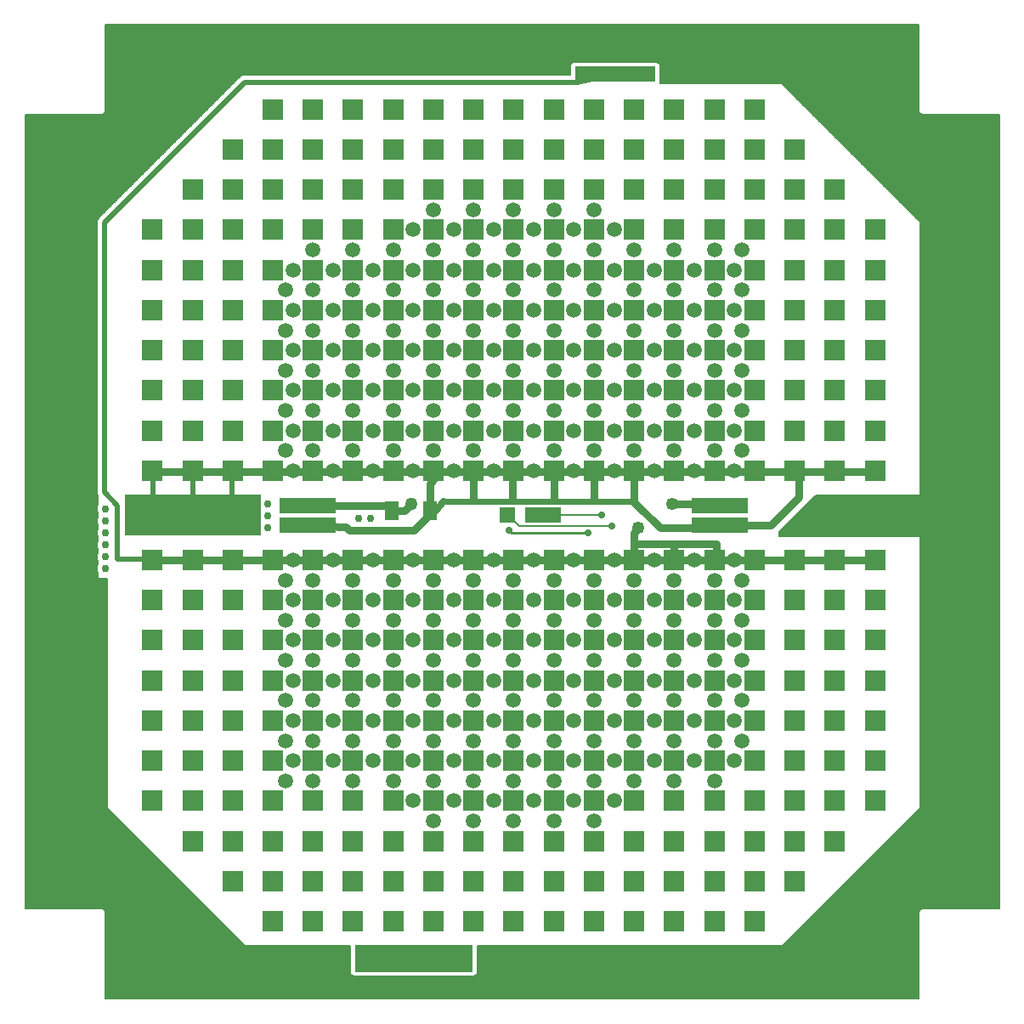
<source format=gbr>
G75*
G70*
%OFA0B0*%
%FSLAX24Y24*%
%IPPOS*%
%LPD*%
%AMOC8*
5,1,8,0,0,1.08239X$1,22.5*
%
%ADD10R,0.5354X0.1614*%
%ADD11R,0.4606X0.1063*%
%ADD12C,0.1896*%
%ADD13R,0.0551X0.0748*%
%ADD14R,0.1417X0.0591*%
%ADD15R,0.0591X0.0591*%
%ADD16R,0.0787X0.0787*%
%ADD17C,0.0594*%
%ADD18R,0.2200X0.0591*%
%ADD19R,0.3150X0.0591*%
%ADD20C,0.0197*%
%ADD21C,0.0315*%
%ADD22C,0.0276*%
%ADD23C,0.0236*%
%ADD24C,0.0493*%
%ADD25C,0.0502*%
%ADD26C,0.0298*%
%ADD27C,0.0108*%
%ADD28C,0.0278*%
%ADD29C,0.0079*%
%ADD30C,0.0059*%
%ADD31C,0.0396*%
D10*
X006916Y019657D03*
D11*
X015597Y002287D03*
D12*
X009751Y001764D03*
X029199Y001764D03*
X029199Y037827D03*
X009751Y037827D03*
D13*
X014721Y019842D03*
X016217Y019842D03*
D14*
X020658Y019685D03*
D15*
X019280Y019685D03*
D16*
X019514Y021409D03*
X017940Y021409D03*
X017940Y022984D03*
X019514Y022984D03*
X019514Y024559D03*
X017940Y024559D03*
X017940Y026134D03*
X019514Y026134D03*
X019514Y027709D03*
X019514Y029283D03*
X017940Y029283D03*
X017940Y027709D03*
X016365Y027709D03*
X016365Y029283D03*
X014790Y029283D03*
X014790Y027709D03*
X014790Y026134D03*
X016365Y026134D03*
X016365Y024559D03*
X016365Y022984D03*
X016365Y021409D03*
X014790Y021409D03*
X014790Y022984D03*
X014790Y024559D03*
X013215Y024559D03*
X011640Y024559D03*
X010066Y024559D03*
X010066Y022984D03*
X011640Y022984D03*
X011640Y021409D03*
X010066Y021409D03*
X008491Y021409D03*
X006916Y021409D03*
X005341Y021409D03*
X005341Y022984D03*
X006916Y022984D03*
X008491Y022984D03*
X008491Y024559D03*
X008491Y026134D03*
X010066Y026134D03*
X011640Y026134D03*
X011640Y027709D03*
X011640Y029283D03*
X010066Y029283D03*
X010066Y027709D03*
X008491Y027709D03*
X008491Y029283D03*
X006916Y029283D03*
X006916Y027709D03*
X005341Y027709D03*
X005341Y029283D03*
X005341Y030858D03*
X006916Y030858D03*
X008491Y030858D03*
X010066Y030858D03*
X011640Y030858D03*
X011640Y032433D03*
X010066Y032433D03*
X010066Y034008D03*
X010066Y035583D03*
X011640Y035583D03*
X011640Y034008D03*
X013215Y034008D03*
X013215Y035583D03*
X014790Y035583D03*
X014790Y034008D03*
X016365Y034008D03*
X016365Y035583D03*
X017940Y035583D03*
X017940Y034008D03*
X019514Y034008D03*
X019514Y035583D03*
X021089Y035583D03*
X021089Y034008D03*
X021089Y032433D03*
X019514Y032433D03*
X017940Y032433D03*
X017940Y030858D03*
X019514Y030858D03*
X021089Y030858D03*
X021089Y029283D03*
X021089Y027709D03*
X022664Y027709D03*
X022664Y029283D03*
X024239Y029283D03*
X024239Y027709D03*
X025814Y027709D03*
X027388Y027709D03*
X027388Y029283D03*
X025814Y029283D03*
X025814Y030858D03*
X027388Y030858D03*
X027388Y032433D03*
X025814Y032433D03*
X025814Y034008D03*
X025814Y035583D03*
X027388Y035583D03*
X027388Y034008D03*
X028963Y034008D03*
X028963Y035583D03*
X030538Y034008D03*
X030538Y032433D03*
X030538Y030858D03*
X030538Y029283D03*
X030538Y027709D03*
X032113Y027709D03*
X032113Y029283D03*
X033688Y029283D03*
X033688Y027709D03*
X033688Y026134D03*
X033688Y024559D03*
X033688Y022984D03*
X033688Y021409D03*
X032113Y021409D03*
X030538Y021409D03*
X028963Y021409D03*
X027388Y021409D03*
X025814Y021409D03*
X025814Y022984D03*
X027388Y022984D03*
X027388Y024559D03*
X025814Y024559D03*
X025814Y026134D03*
X027388Y026134D03*
X028963Y026134D03*
X028963Y027709D03*
X028963Y029283D03*
X028963Y030858D03*
X028963Y032433D03*
X032113Y032433D03*
X032113Y030858D03*
X033688Y030858D03*
X032113Y026134D03*
X032113Y024559D03*
X032113Y022984D03*
X030538Y022984D03*
X028963Y022984D03*
X028963Y024559D03*
X030538Y024559D03*
X030538Y026134D03*
X024239Y026134D03*
X024239Y024559D03*
X024239Y022984D03*
X024239Y021409D03*
X022664Y021409D03*
X021089Y021409D03*
X021089Y022984D03*
X022664Y022984D03*
X022664Y024559D03*
X022664Y026134D03*
X021089Y026134D03*
X021089Y024559D03*
X022664Y030858D03*
X024239Y030858D03*
X024239Y032433D03*
X024239Y034008D03*
X024239Y035583D03*
X022664Y035583D03*
X022664Y034008D03*
X022664Y032433D03*
X016365Y032433D03*
X016365Y030858D03*
X014790Y030858D03*
X014790Y032433D03*
X013215Y032433D03*
X013215Y030858D03*
X013215Y029283D03*
X013215Y027709D03*
X013215Y026134D03*
X013215Y022984D03*
X013215Y021409D03*
X013215Y017906D03*
X011640Y017906D03*
X010066Y017906D03*
X010066Y016331D03*
X011640Y016331D03*
X011640Y014756D03*
X010066Y014756D03*
X010066Y013181D03*
X010066Y011606D03*
X011640Y011606D03*
X011640Y013181D03*
X013215Y013181D03*
X013215Y011606D03*
X013215Y010031D03*
X013215Y008457D03*
X011640Y008457D03*
X011640Y010031D03*
X010066Y010031D03*
X010066Y008457D03*
X010066Y006882D03*
X011640Y006882D03*
X011640Y005307D03*
X010066Y005307D03*
X010066Y003732D03*
X011640Y003732D03*
X013215Y003732D03*
X013215Y005307D03*
X013215Y006882D03*
X014790Y006882D03*
X014790Y008457D03*
X014790Y010031D03*
X016365Y010031D03*
X016365Y008457D03*
X017940Y008457D03*
X019514Y008457D03*
X019514Y010031D03*
X017940Y010031D03*
X017940Y011606D03*
X017940Y013181D03*
X019514Y013181D03*
X019514Y011606D03*
X021089Y011606D03*
X021089Y013181D03*
X021089Y014756D03*
X019514Y014756D03*
X017940Y014756D03*
X017940Y016331D03*
X019514Y016331D03*
X019514Y017906D03*
X017940Y017906D03*
X016365Y017906D03*
X014790Y017906D03*
X014790Y016331D03*
X016365Y016331D03*
X016365Y014756D03*
X016365Y013181D03*
X016365Y011606D03*
X014790Y011606D03*
X014790Y013181D03*
X014790Y014756D03*
X013215Y014756D03*
X013215Y016331D03*
X008491Y016331D03*
X008491Y017906D03*
X006916Y017906D03*
X005341Y017906D03*
X005341Y016331D03*
X006916Y016331D03*
X006916Y014756D03*
X008491Y014756D03*
X008491Y013181D03*
X008491Y011606D03*
X008491Y010031D03*
X008491Y008457D03*
X006916Y008457D03*
X006916Y010031D03*
X005341Y010031D03*
X005341Y008457D03*
X006916Y006882D03*
X008491Y006882D03*
X008491Y005307D03*
X006916Y011606D03*
X006916Y013181D03*
X005341Y013181D03*
X005341Y011606D03*
X005341Y014756D03*
X005341Y024559D03*
X005341Y026134D03*
X006916Y026134D03*
X006916Y024559D03*
X006916Y032433D03*
X008491Y032433D03*
X008491Y034008D03*
X021089Y017906D03*
X022664Y017906D03*
X024239Y017906D03*
X025814Y017906D03*
X027388Y017906D03*
X028963Y017906D03*
X030538Y017906D03*
X032113Y017906D03*
X033688Y017906D03*
X033688Y016331D03*
X033688Y014756D03*
X033688Y013181D03*
X033688Y011606D03*
X033688Y010031D03*
X033688Y008457D03*
X032113Y008457D03*
X032113Y010031D03*
X030538Y010031D03*
X030538Y008457D03*
X028963Y008457D03*
X028963Y010031D03*
X027388Y010031D03*
X027388Y008457D03*
X025814Y008457D03*
X025814Y010031D03*
X024239Y010031D03*
X024239Y008457D03*
X022664Y008457D03*
X022664Y010031D03*
X021089Y010031D03*
X021089Y008457D03*
X021089Y006882D03*
X019514Y006882D03*
X017940Y006882D03*
X017940Y005307D03*
X019514Y005307D03*
X019514Y003732D03*
X017940Y003732D03*
X016365Y003732D03*
X016365Y005307D03*
X016365Y006882D03*
X014790Y005307D03*
X014790Y003732D03*
X021089Y003732D03*
X022664Y003732D03*
X024239Y003732D03*
X025814Y003732D03*
X027388Y003732D03*
X027388Y005307D03*
X025814Y005307D03*
X025814Y006882D03*
X027388Y006882D03*
X028963Y006882D03*
X028963Y005307D03*
X028963Y003732D03*
X030538Y005307D03*
X030538Y006882D03*
X032113Y006882D03*
X032113Y011606D03*
X032113Y013181D03*
X032113Y014756D03*
X032113Y016331D03*
X030538Y016331D03*
X028963Y016331D03*
X027388Y016331D03*
X025814Y016331D03*
X025814Y014756D03*
X027388Y014756D03*
X027388Y013181D03*
X027388Y011606D03*
X025814Y011606D03*
X025814Y013181D03*
X024239Y013181D03*
X024239Y011606D03*
X022664Y011606D03*
X022664Y013181D03*
X022664Y014756D03*
X022664Y016331D03*
X024239Y016331D03*
X024239Y014756D03*
X021089Y016331D03*
X028963Y014756D03*
X028963Y013181D03*
X028963Y011606D03*
X030538Y011606D03*
X030538Y013181D03*
X030538Y014756D03*
X024239Y006882D03*
X024239Y005307D03*
X022664Y005307D03*
X022664Y006882D03*
X021089Y005307D03*
D17*
X021089Y007669D03*
X020302Y008457D03*
X021089Y009244D03*
X020302Y010031D03*
X019514Y009244D03*
X018727Y008457D03*
X017940Y009244D03*
X018727Y010031D03*
X019514Y010819D03*
X018727Y011606D03*
X017940Y010819D03*
X017152Y011606D03*
X016365Y010819D03*
X017152Y010031D03*
X016365Y009244D03*
X017152Y008457D03*
X016365Y007669D03*
X015577Y008457D03*
X014790Y009244D03*
X015577Y010031D03*
X014790Y010819D03*
X015577Y011606D03*
X014790Y012394D03*
X015577Y013181D03*
X014790Y013969D03*
X015577Y014756D03*
X014790Y015543D03*
X015577Y016331D03*
X014790Y017118D03*
X015577Y017906D03*
X016365Y017118D03*
X017152Y016331D03*
X017940Y017118D03*
X018727Y016331D03*
X019514Y017118D03*
X018727Y017906D03*
X020302Y017906D03*
X021089Y017118D03*
X020302Y016331D03*
X021089Y015543D03*
X020302Y014756D03*
X021089Y013969D03*
X021877Y014756D03*
X022664Y015543D03*
X023451Y014756D03*
X022664Y013969D03*
X023451Y013181D03*
X022664Y012394D03*
X021877Y013181D03*
X021089Y012394D03*
X020302Y013181D03*
X019514Y012394D03*
X018727Y013181D03*
X017940Y012394D03*
X017152Y013181D03*
X016365Y012394D03*
X016365Y013969D03*
X017152Y014756D03*
X016365Y015543D03*
X017940Y015543D03*
X018727Y014756D03*
X019514Y015543D03*
X019514Y013969D03*
X017940Y013969D03*
X020302Y011606D03*
X021089Y010819D03*
X021877Y011606D03*
X022664Y010819D03*
X023451Y011606D03*
X024239Y010819D03*
X025026Y011606D03*
X025814Y010819D03*
X026601Y011606D03*
X027388Y010819D03*
X026601Y010031D03*
X027388Y009244D03*
X028176Y010031D03*
X028463Y010819D03*
X028176Y011606D03*
X028463Y012394D03*
X028176Y013181D03*
X028463Y013969D03*
X028176Y014756D03*
X028463Y015543D03*
X028176Y016331D03*
X028463Y017118D03*
X028176Y017906D03*
X027388Y017118D03*
X026601Y016331D03*
X025814Y017118D03*
X026601Y017906D03*
X025026Y017906D03*
X024239Y017118D03*
X025026Y016331D03*
X024239Y015543D03*
X025026Y014756D03*
X024239Y013969D03*
X025026Y013181D03*
X024239Y012394D03*
X025814Y012394D03*
X026601Y013181D03*
X027388Y012394D03*
X027388Y013969D03*
X026601Y014756D03*
X027388Y015543D03*
X025814Y015543D03*
X025814Y013969D03*
X023451Y016331D03*
X022664Y017118D03*
X021877Y016331D03*
X021877Y017906D03*
X023451Y017906D03*
X023451Y021409D03*
X022664Y022197D03*
X023451Y022984D03*
X022664Y023772D03*
X023451Y024559D03*
X022664Y025346D03*
X021877Y024559D03*
X021089Y023772D03*
X020302Y024559D03*
X021089Y025346D03*
X020302Y026134D03*
X021089Y026921D03*
X021877Y026134D03*
X022664Y026921D03*
X023451Y026134D03*
X024239Y026921D03*
X025026Y026134D03*
X024239Y025346D03*
X025026Y024559D03*
X024239Y023772D03*
X025026Y022984D03*
X024239Y022197D03*
X025026Y021409D03*
X025814Y022197D03*
X026601Y022984D03*
X027388Y022197D03*
X026601Y021409D03*
X028176Y021409D03*
X028463Y022197D03*
X028176Y022984D03*
X028463Y023772D03*
X028176Y024559D03*
X028463Y025346D03*
X028176Y026134D03*
X028463Y026921D03*
X028176Y027709D03*
X028463Y028496D03*
X028176Y029283D03*
X028463Y030071D03*
X027388Y030071D03*
X026601Y029283D03*
X027388Y028496D03*
X026601Y027709D03*
X025814Y028496D03*
X025026Y027709D03*
X024239Y028496D03*
X025026Y029283D03*
X024239Y030071D03*
X023451Y030858D03*
X022664Y030071D03*
X021877Y030858D03*
X022664Y031646D03*
X021089Y031646D03*
X020302Y030858D03*
X021089Y030071D03*
X020302Y029283D03*
X021089Y028496D03*
X020302Y027709D03*
X019514Y028496D03*
X018727Y027709D03*
X017940Y028496D03*
X018727Y029283D03*
X019514Y030071D03*
X018727Y030858D03*
X017940Y030071D03*
X017152Y030858D03*
X016365Y030071D03*
X017152Y029283D03*
X016365Y028496D03*
X017152Y027709D03*
X016365Y026921D03*
X017152Y026134D03*
X017940Y026921D03*
X018727Y026134D03*
X019514Y026921D03*
X019514Y025346D03*
X018727Y024559D03*
X019514Y023772D03*
X018727Y022984D03*
X019514Y022197D03*
X018727Y021409D03*
X017940Y022197D03*
X017152Y022984D03*
X016365Y022197D03*
X017152Y021409D03*
X015577Y021409D03*
X014790Y022197D03*
X015577Y022984D03*
X014790Y023772D03*
X015577Y024559D03*
X014790Y025346D03*
X015577Y026134D03*
X014790Y026921D03*
X015577Y027709D03*
X014790Y028496D03*
X015577Y029283D03*
X014790Y030071D03*
X015577Y030858D03*
X016365Y031646D03*
X017940Y031646D03*
X019514Y031646D03*
X021877Y029283D03*
X022664Y028496D03*
X023451Y027709D03*
X023451Y029283D03*
X021877Y027709D03*
X025814Y026921D03*
X026601Y026134D03*
X027388Y026921D03*
X027388Y025346D03*
X026601Y024559D03*
X027388Y023772D03*
X025814Y023772D03*
X025814Y025346D03*
X021877Y022984D03*
X021089Y022197D03*
X020302Y022984D03*
X020302Y021409D03*
X021877Y021409D03*
X017940Y023772D03*
X017152Y024559D03*
X016365Y023772D03*
X016365Y025346D03*
X017940Y025346D03*
X014003Y024559D03*
X013215Y023772D03*
X012428Y024559D03*
X013215Y025346D03*
X012428Y026134D03*
X013215Y026921D03*
X014003Y026134D03*
X014003Y027709D03*
X013215Y028496D03*
X012428Y027709D03*
X011640Y028496D03*
X010566Y028496D03*
X010853Y027709D03*
X010566Y026921D03*
X010853Y026134D03*
X010566Y025346D03*
X010853Y024559D03*
X010566Y023772D03*
X010853Y022984D03*
X010566Y022197D03*
X010853Y021409D03*
X011640Y022197D03*
X012428Y022984D03*
X013215Y022197D03*
X014003Y022984D03*
X014003Y021409D03*
X012428Y021409D03*
X011640Y023772D03*
X011640Y025346D03*
X011640Y026921D03*
X010853Y029283D03*
X011640Y030071D03*
X012428Y029283D03*
X013215Y030071D03*
X014003Y029283D03*
X014003Y017906D03*
X013215Y017118D03*
X012428Y016331D03*
X011640Y017118D03*
X010566Y017118D03*
X010853Y016331D03*
X010566Y015543D03*
X010853Y014756D03*
X010566Y013969D03*
X010853Y013181D03*
X010566Y012394D03*
X010853Y011606D03*
X010566Y010819D03*
X010853Y010031D03*
X010566Y009244D03*
X011640Y009244D03*
X012428Y010031D03*
X013215Y009244D03*
X014003Y010031D03*
X013215Y010819D03*
X012428Y011606D03*
X011640Y010819D03*
X011640Y012394D03*
X012428Y013181D03*
X013215Y012394D03*
X014003Y013181D03*
X013215Y013969D03*
X012428Y014756D03*
X013215Y015543D03*
X014003Y014756D03*
X014003Y016331D03*
X012428Y017906D03*
X010853Y017906D03*
X011640Y015543D03*
X011640Y013969D03*
X014003Y011606D03*
X017940Y007669D03*
X019514Y007669D03*
X021877Y008457D03*
X022664Y009244D03*
X023451Y008457D03*
X022664Y007669D03*
X024239Y009244D03*
X025026Y010031D03*
X025814Y009244D03*
X023451Y010031D03*
X021877Y010031D03*
X017152Y017906D03*
X025814Y030071D03*
D18*
X027585Y020031D03*
X027585Y019283D03*
X011443Y019283D03*
X011443Y020031D03*
D19*
X023491Y036961D03*
X015538Y002354D03*
D20*
X010105Y017906D02*
X005302Y017906D01*
X005302Y017827D01*
X005348Y017827D02*
X005262Y017945D01*
X003963Y017939D01*
X003970Y020045D01*
X003457Y020558D01*
X003457Y031148D01*
X008955Y036646D01*
X021995Y036646D01*
X023491Y036961D01*
X023648Y037078D01*
X023659Y037078D01*
X023565Y036984D01*
X024514Y037000D02*
X024554Y036961D01*
X008451Y021370D02*
X008451Y020228D01*
X006955Y020189D02*
X006916Y020189D01*
X006916Y021370D01*
X005380Y021528D02*
X005380Y020228D01*
X005420Y020228D01*
X005341Y017906D02*
X005348Y017827D01*
X029081Y017906D02*
X029081Y017945D01*
X030695Y017866D02*
X030695Y017827D01*
D21*
X029591Y019283D02*
X030693Y020385D01*
X030693Y021417D01*
X030695Y021417D01*
X030538Y021409D01*
X029591Y019283D02*
X027585Y019283D01*
X027692Y019205D01*
X027692Y019166D01*
X025253Y019166D01*
X024239Y020181D01*
X024239Y021409D01*
X022664Y021409D02*
X022664Y020307D01*
X022664Y021409D02*
X022625Y021409D01*
X021089Y021370D02*
X021089Y020307D01*
X019475Y020307D02*
X019475Y021409D01*
X017979Y021370D02*
X017940Y021370D01*
X017940Y020307D01*
X016532Y021229D02*
X016532Y021417D01*
X016522Y021417D01*
X016365Y021409D01*
X016532Y021229D02*
X016217Y020915D01*
X016217Y019842D01*
X016217Y019729D01*
X016250Y019729D01*
X015594Y019072D01*
X013062Y019072D01*
X012930Y019205D01*
X011443Y019283D01*
X011443Y020031D02*
X014541Y020031D01*
X014750Y019823D01*
X014750Y019842D01*
X014721Y019842D01*
X015238Y019842D01*
X015500Y020104D01*
X024239Y018956D02*
X024239Y017906D01*
X024357Y018535D02*
X025735Y018535D01*
X027467Y018535D01*
X027467Y017906D01*
X025814Y017984D02*
X025814Y018535D01*
X025735Y018535D01*
X024409Y019166D02*
X024239Y018956D01*
X025722Y020104D02*
X027692Y020104D01*
X027692Y020071D01*
X027585Y020031D01*
X033707Y021370D02*
X005384Y021370D01*
X005317Y017902D02*
X033644Y017902D01*
D22*
X024239Y020181D02*
X024222Y020198D01*
X016774Y020198D02*
X016457Y019842D01*
X016217Y019842D01*
D23*
X016774Y020198D02*
X024222Y020198D01*
D24*
X024409Y019166D03*
X025722Y020104D03*
D25*
X015500Y020104D03*
D26*
X013906Y019541D03*
X013437Y019541D03*
X009873Y019635D03*
X009873Y020104D03*
X009873Y019166D03*
X003496Y018979D03*
X003496Y019447D03*
X003496Y019916D03*
X003496Y018510D03*
X003496Y018041D03*
X003496Y017572D03*
D27*
X019345Y019072D02*
X019439Y018979D01*
X022440Y018979D01*
D28*
X022440Y018979D03*
X022979Y019677D03*
X023373Y019244D03*
X019345Y019072D03*
D29*
X019721Y019244D02*
X023373Y019244D01*
X022979Y019677D02*
X022971Y019685D01*
X020658Y019685D01*
X019721Y019244D02*
X019280Y019685D01*
D30*
X003502Y004125D02*
X003502Y000691D01*
X035411Y000691D01*
X035411Y003970D01*
X035411Y004125D01*
X035521Y004234D01*
X038561Y004234D01*
X038561Y019029D01*
X035735Y019047D01*
X035459Y018969D01*
X035459Y008181D01*
X030066Y002787D01*
X018087Y002787D01*
X018087Y001678D01*
X017978Y001569D01*
X013216Y001569D01*
X013107Y001678D01*
X013107Y002787D01*
X008963Y002787D01*
X003569Y008181D01*
X003569Y017157D01*
X003215Y017157D01*
X000352Y017161D01*
X000352Y004234D01*
X003237Y004234D01*
X003392Y004234D01*
X003502Y004125D01*
X003494Y004133D02*
X007618Y004133D01*
X007560Y004190D02*
X003436Y004190D01*
X003502Y004075D02*
X007676Y004075D01*
X007733Y004017D02*
X003502Y004017D01*
X003502Y003960D02*
X007791Y003960D01*
X007848Y003902D02*
X003502Y003902D01*
X003502Y003845D02*
X007906Y003845D01*
X007964Y003787D02*
X003502Y003787D01*
X003502Y003729D02*
X008021Y003729D01*
X008079Y003672D02*
X003502Y003672D01*
X003502Y003614D02*
X008136Y003614D01*
X008194Y003557D02*
X003502Y003557D01*
X003502Y003499D02*
X008251Y003499D01*
X008309Y003441D02*
X003502Y003441D01*
X003502Y003384D02*
X008367Y003384D01*
X008424Y003326D02*
X003502Y003326D01*
X003502Y003269D02*
X008482Y003269D01*
X008539Y003211D02*
X003502Y003211D01*
X003502Y003153D02*
X008597Y003153D01*
X008655Y003096D02*
X003502Y003096D01*
X003502Y003038D02*
X008712Y003038D01*
X008770Y002981D02*
X003502Y002981D01*
X003502Y002923D02*
X008827Y002923D01*
X008885Y002865D02*
X003502Y002865D01*
X003502Y002808D02*
X008943Y002808D01*
X007503Y004248D02*
X000352Y004248D01*
X000352Y004305D02*
X007445Y004305D01*
X007388Y004363D02*
X000352Y004363D01*
X000352Y004421D02*
X007330Y004421D01*
X007272Y004478D02*
X000352Y004478D01*
X000352Y004536D02*
X007215Y004536D01*
X007157Y004593D02*
X000352Y004593D01*
X000352Y004651D02*
X007100Y004651D01*
X007042Y004709D02*
X000352Y004709D01*
X000352Y004766D02*
X006984Y004766D01*
X006927Y004824D02*
X000352Y004824D01*
X000352Y004881D02*
X006869Y004881D01*
X006812Y004939D02*
X000352Y004939D01*
X000352Y004997D02*
X006754Y004997D01*
X006696Y005054D02*
X000352Y005054D01*
X000352Y005112D02*
X006639Y005112D01*
X006581Y005169D02*
X000352Y005169D01*
X000352Y005227D02*
X006524Y005227D01*
X006466Y005285D02*
X000352Y005285D01*
X000352Y005342D02*
X006408Y005342D01*
X006351Y005400D02*
X000352Y005400D01*
X000352Y005457D02*
X006293Y005457D01*
X006236Y005515D02*
X000352Y005515D01*
X000352Y005573D02*
X006178Y005573D01*
X006120Y005630D02*
X000352Y005630D01*
X000352Y005688D02*
X006063Y005688D01*
X006005Y005745D02*
X000352Y005745D01*
X000352Y005803D02*
X005948Y005803D01*
X005890Y005861D02*
X000352Y005861D01*
X000352Y005918D02*
X005832Y005918D01*
X005775Y005976D02*
X000352Y005976D01*
X000352Y006033D02*
X005717Y006033D01*
X005660Y006091D02*
X000352Y006091D01*
X000352Y006149D02*
X005602Y006149D01*
X005544Y006206D02*
X000352Y006206D01*
X000352Y006264D02*
X005487Y006264D01*
X005429Y006321D02*
X000352Y006321D01*
X000352Y006379D02*
X005372Y006379D01*
X005314Y006437D02*
X000352Y006437D01*
X000352Y006494D02*
X005256Y006494D01*
X005199Y006552D02*
X000352Y006552D01*
X000352Y006609D02*
X005141Y006609D01*
X005084Y006667D02*
X000352Y006667D01*
X000352Y006725D02*
X005026Y006725D01*
X004968Y006782D02*
X000352Y006782D01*
X000352Y006840D02*
X004911Y006840D01*
X004853Y006897D02*
X000352Y006897D01*
X000352Y006955D02*
X004796Y006955D01*
X004738Y007013D02*
X000352Y007013D01*
X000352Y007070D02*
X004680Y007070D01*
X004623Y007128D02*
X000352Y007128D01*
X000352Y007185D02*
X004565Y007185D01*
X004508Y007243D02*
X000352Y007243D01*
X000352Y007301D02*
X004450Y007301D01*
X004392Y007358D02*
X000352Y007358D01*
X000352Y007416D02*
X004335Y007416D01*
X004277Y007473D02*
X000352Y007473D01*
X000352Y007531D02*
X004220Y007531D01*
X004162Y007589D02*
X000352Y007589D01*
X000352Y007646D02*
X004104Y007646D01*
X004047Y007704D02*
X000352Y007704D01*
X000352Y007761D02*
X003989Y007761D01*
X003932Y007819D02*
X000352Y007819D01*
X000352Y007877D02*
X003874Y007877D01*
X003816Y007934D02*
X000352Y007934D01*
X000352Y007992D02*
X003759Y007992D01*
X003701Y008049D02*
X000352Y008049D01*
X000352Y008107D02*
X003644Y008107D01*
X003586Y008165D02*
X000352Y008165D01*
X000352Y008222D02*
X003569Y008222D01*
X003569Y008280D02*
X000352Y008280D01*
X000352Y008337D02*
X003569Y008337D01*
X003569Y008395D02*
X000352Y008395D01*
X000352Y008453D02*
X003569Y008453D01*
X003569Y008510D02*
X000352Y008510D01*
X000352Y008568D02*
X003569Y008568D01*
X003569Y008625D02*
X000352Y008625D01*
X000352Y008683D02*
X003569Y008683D01*
X003569Y008741D02*
X000352Y008741D01*
X000352Y008798D02*
X003569Y008798D01*
X003569Y008856D02*
X000352Y008856D01*
X000352Y008913D02*
X003569Y008913D01*
X003569Y008971D02*
X000352Y008971D01*
X000352Y009029D02*
X003569Y009029D01*
X003569Y009086D02*
X000352Y009086D01*
X000352Y009144D02*
X003569Y009144D01*
X003569Y009201D02*
X000352Y009201D01*
X000352Y009259D02*
X003569Y009259D01*
X003569Y009316D02*
X000352Y009316D01*
X000352Y009374D02*
X003569Y009374D01*
X003569Y009432D02*
X000352Y009432D01*
X000352Y009489D02*
X003569Y009489D01*
X003569Y009547D02*
X000352Y009547D01*
X000352Y009604D02*
X003569Y009604D01*
X003569Y009662D02*
X000352Y009662D01*
X000352Y009720D02*
X003569Y009720D01*
X003569Y009777D02*
X000352Y009777D01*
X000352Y009835D02*
X003569Y009835D01*
X003569Y009892D02*
X000352Y009892D01*
X000352Y009950D02*
X003569Y009950D01*
X003569Y010008D02*
X000352Y010008D01*
X000352Y010065D02*
X003569Y010065D01*
X003569Y010123D02*
X000352Y010123D01*
X000352Y010180D02*
X003569Y010180D01*
X003569Y010238D02*
X000352Y010238D01*
X000352Y010296D02*
X003569Y010296D01*
X003569Y010353D02*
X000352Y010353D01*
X000352Y010411D02*
X003569Y010411D01*
X003569Y010468D02*
X000352Y010468D01*
X000352Y010526D02*
X003569Y010526D01*
X003569Y010584D02*
X000352Y010584D01*
X000352Y010641D02*
X003569Y010641D01*
X003569Y010699D02*
X000352Y010699D01*
X000352Y010756D02*
X003569Y010756D01*
X003569Y010814D02*
X000352Y010814D01*
X000352Y010872D02*
X003569Y010872D01*
X003569Y010929D02*
X000352Y010929D01*
X000352Y010987D02*
X003569Y010987D01*
X003569Y011044D02*
X000352Y011044D01*
X000352Y011102D02*
X003569Y011102D01*
X003569Y011160D02*
X000352Y011160D01*
X000352Y011217D02*
X003569Y011217D01*
X003569Y011275D02*
X000352Y011275D01*
X000352Y011332D02*
X003569Y011332D01*
X003569Y011390D02*
X000352Y011390D01*
X000352Y011448D02*
X003569Y011448D01*
X003569Y011505D02*
X000352Y011505D01*
X000352Y011563D02*
X003569Y011563D01*
X003569Y011620D02*
X000352Y011620D01*
X000352Y011678D02*
X003569Y011678D01*
X003569Y011736D02*
X000352Y011736D01*
X000352Y011793D02*
X003569Y011793D01*
X003569Y011851D02*
X000352Y011851D01*
X000352Y011908D02*
X003569Y011908D01*
X003569Y011966D02*
X000352Y011966D01*
X000352Y012024D02*
X003569Y012024D01*
X003569Y012081D02*
X000352Y012081D01*
X000352Y012139D02*
X003569Y012139D01*
X003569Y012196D02*
X000352Y012196D01*
X000352Y012254D02*
X003569Y012254D01*
X003569Y012312D02*
X000352Y012312D01*
X000352Y012369D02*
X003569Y012369D01*
X003569Y012427D02*
X000352Y012427D01*
X000352Y012484D02*
X003569Y012484D01*
X003569Y012542D02*
X000352Y012542D01*
X000352Y012600D02*
X003569Y012600D01*
X003569Y012657D02*
X000352Y012657D01*
X000352Y012715D02*
X003569Y012715D01*
X003569Y012772D02*
X000352Y012772D01*
X000352Y012830D02*
X003569Y012830D01*
X003569Y012888D02*
X000352Y012888D01*
X000352Y012945D02*
X003569Y012945D01*
X003569Y013003D02*
X000352Y013003D01*
X000352Y013060D02*
X003569Y013060D01*
X003569Y013118D02*
X000352Y013118D01*
X000352Y013176D02*
X003569Y013176D01*
X003569Y013233D02*
X000352Y013233D01*
X000352Y013291D02*
X003569Y013291D01*
X003569Y013348D02*
X000352Y013348D01*
X000352Y013406D02*
X003569Y013406D01*
X003569Y013464D02*
X000352Y013464D01*
X000352Y013521D02*
X003569Y013521D01*
X003569Y013579D02*
X000352Y013579D01*
X000352Y013636D02*
X003569Y013636D01*
X003569Y013694D02*
X000352Y013694D01*
X000352Y013752D02*
X003569Y013752D01*
X003569Y013809D02*
X000352Y013809D01*
X000352Y013867D02*
X003569Y013867D01*
X003569Y013924D02*
X000352Y013924D01*
X000352Y013982D02*
X003569Y013982D01*
X003569Y014040D02*
X000352Y014040D01*
X000352Y014097D02*
X003569Y014097D01*
X003569Y014155D02*
X000352Y014155D01*
X000352Y014212D02*
X003569Y014212D01*
X003569Y014270D02*
X000352Y014270D01*
X000352Y014328D02*
X003569Y014328D01*
X003569Y014385D02*
X000352Y014385D01*
X000352Y014443D02*
X003569Y014443D01*
X003569Y014500D02*
X000352Y014500D01*
X000352Y014558D02*
X003569Y014558D01*
X003569Y014616D02*
X000352Y014616D01*
X000352Y014673D02*
X003569Y014673D01*
X003569Y014731D02*
X000352Y014731D01*
X000352Y014788D02*
X003569Y014788D01*
X003569Y014846D02*
X000352Y014846D01*
X000352Y014904D02*
X003569Y014904D01*
X003569Y014961D02*
X000352Y014961D01*
X000352Y015019D02*
X003569Y015019D01*
X003569Y015076D02*
X000352Y015076D01*
X000352Y015134D02*
X003569Y015134D01*
X003569Y015192D02*
X000352Y015192D01*
X000352Y015249D02*
X003569Y015249D01*
X003569Y015307D02*
X000352Y015307D01*
X000352Y015364D02*
X003569Y015364D01*
X003569Y015422D02*
X000352Y015422D01*
X000352Y015480D02*
X003569Y015480D01*
X003569Y015537D02*
X000352Y015537D01*
X000352Y015595D02*
X003569Y015595D01*
X003569Y015652D02*
X000352Y015652D01*
X000352Y015710D02*
X003569Y015710D01*
X003569Y015768D02*
X000352Y015768D01*
X000352Y015825D02*
X003569Y015825D01*
X003569Y015883D02*
X000352Y015883D01*
X000352Y015940D02*
X003569Y015940D01*
X003569Y015998D02*
X000352Y015998D01*
X000352Y016056D02*
X003569Y016056D01*
X003569Y016113D02*
X000352Y016113D01*
X000352Y016171D02*
X003569Y016171D01*
X003569Y016228D02*
X000352Y016228D01*
X000352Y016286D02*
X003569Y016286D01*
X003569Y016344D02*
X000352Y016344D01*
X000352Y016401D02*
X003569Y016401D01*
X003569Y016459D02*
X000352Y016459D01*
X000352Y016516D02*
X003569Y016516D01*
X003569Y016574D02*
X000352Y016574D01*
X000352Y016631D02*
X003569Y016631D01*
X003569Y016689D02*
X000352Y016689D01*
X000352Y016747D02*
X003569Y016747D01*
X003569Y016804D02*
X000352Y016804D01*
X000352Y016862D02*
X003569Y016862D01*
X003569Y016919D02*
X000352Y016919D01*
X000352Y016977D02*
X003569Y016977D01*
X003569Y017035D02*
X000352Y017035D01*
X003215Y017035D01*
X003215Y017024D02*
X003215Y017378D01*
X003212Y017382D01*
X003161Y017505D01*
X003161Y017639D01*
X003212Y017762D01*
X003215Y017765D01*
X003215Y017847D01*
X003212Y017850D01*
X003161Y017974D01*
X003161Y018108D01*
X003212Y018231D01*
X003215Y018234D01*
X003215Y018316D01*
X003212Y018319D01*
X003161Y018443D01*
X003161Y018576D01*
X003212Y018700D01*
X003215Y018703D01*
X003215Y018785D01*
X003212Y018788D01*
X003161Y018912D01*
X003161Y019045D01*
X003212Y019169D01*
X003215Y019172D01*
X003215Y019254D01*
X003212Y019257D01*
X003161Y019381D01*
X003161Y019514D01*
X003212Y019638D01*
X003215Y019641D01*
X003215Y019723D01*
X003212Y019726D01*
X003161Y019849D01*
X003161Y019983D01*
X003212Y020107D01*
X003215Y020110D01*
X003215Y020396D01*
X003172Y020501D01*
X003172Y020614D01*
X003172Y031091D01*
X003172Y031204D01*
X000352Y031204D01*
X000352Y031261D02*
X003195Y031261D01*
X003215Y031309D02*
X003172Y031204D01*
X003172Y031146D02*
X000352Y031146D01*
X000352Y031089D02*
X003172Y031089D01*
X003172Y031031D02*
X000352Y031031D01*
X000352Y030974D02*
X003172Y030974D01*
X003172Y030916D02*
X000352Y030916D01*
X000352Y030858D02*
X003172Y030858D01*
X003172Y030801D02*
X000352Y030801D01*
X000352Y030743D02*
X003172Y030743D01*
X003172Y030686D02*
X000352Y030686D01*
X000352Y030628D02*
X003172Y030628D01*
X003172Y030570D02*
X000352Y030570D01*
X000352Y030513D02*
X003172Y030513D01*
X003172Y030455D02*
X000352Y030455D01*
X000352Y030398D02*
X003172Y030398D01*
X003172Y030340D02*
X000352Y030340D01*
X000352Y030282D02*
X003172Y030282D01*
X003172Y030225D02*
X000352Y030225D01*
X000352Y030167D02*
X003172Y030167D01*
X003172Y030110D02*
X000352Y030110D01*
X000352Y030052D02*
X003172Y030052D01*
X003172Y029994D02*
X000352Y029994D01*
X000352Y029937D02*
X003172Y029937D01*
X003172Y029879D02*
X000352Y029879D01*
X000352Y029822D02*
X003172Y029822D01*
X003172Y029764D02*
X000352Y029764D01*
X000352Y029706D02*
X003172Y029706D01*
X003172Y029649D02*
X000352Y029649D01*
X000352Y029591D02*
X003172Y029591D01*
X003172Y029534D02*
X000352Y029534D01*
X000352Y029476D02*
X003172Y029476D01*
X003172Y029418D02*
X000352Y029418D01*
X000352Y029361D02*
X003172Y029361D01*
X003172Y029303D02*
X000352Y029303D01*
X000352Y029246D02*
X003172Y029246D01*
X003172Y029188D02*
X000352Y029188D01*
X000352Y029130D02*
X003172Y029130D01*
X003172Y029073D02*
X000352Y029073D01*
X000352Y029015D02*
X003172Y029015D01*
X003172Y028958D02*
X000352Y028958D01*
X000352Y028900D02*
X003172Y028900D01*
X003172Y028842D02*
X000352Y028842D01*
X000352Y028785D02*
X003172Y028785D01*
X003172Y028727D02*
X000352Y028727D01*
X000352Y028670D02*
X003172Y028670D01*
X003172Y028612D02*
X000352Y028612D01*
X000352Y028554D02*
X003172Y028554D01*
X003172Y028497D02*
X000352Y028497D01*
X000352Y028439D02*
X003172Y028439D01*
X003172Y028382D02*
X000352Y028382D01*
X000352Y028324D02*
X003172Y028324D01*
X003172Y028266D02*
X000352Y028266D01*
X000352Y028209D02*
X003172Y028209D01*
X003172Y028151D02*
X000352Y028151D01*
X000352Y028094D02*
X003172Y028094D01*
X003172Y028036D02*
X000352Y028036D01*
X000352Y027978D02*
X003172Y027978D01*
X003172Y027921D02*
X000352Y027921D01*
X000352Y027863D02*
X003172Y027863D01*
X003172Y027806D02*
X000352Y027806D01*
X000352Y027748D02*
X003172Y027748D01*
X003172Y027690D02*
X000352Y027690D01*
X000352Y027633D02*
X003172Y027633D01*
X003172Y027575D02*
X000352Y027575D01*
X000352Y027518D02*
X003172Y027518D01*
X003172Y027460D02*
X000352Y027460D01*
X000352Y027402D02*
X003172Y027402D01*
X003172Y027345D02*
X000352Y027345D01*
X000352Y027287D02*
X003172Y027287D01*
X003172Y027230D02*
X000352Y027230D01*
X000352Y027172D02*
X003172Y027172D01*
X003172Y027114D02*
X000352Y027114D01*
X000352Y027057D02*
X003172Y027057D01*
X003172Y026999D02*
X000352Y026999D01*
X000352Y026942D02*
X003172Y026942D01*
X003172Y026884D02*
X000352Y026884D01*
X000352Y026826D02*
X003172Y026826D01*
X003172Y026769D02*
X000352Y026769D01*
X000352Y026711D02*
X003172Y026711D01*
X003172Y026654D02*
X000352Y026654D01*
X000352Y026596D02*
X003172Y026596D01*
X003172Y026538D02*
X000352Y026538D01*
X000352Y026481D02*
X003172Y026481D01*
X003172Y026423D02*
X000352Y026423D01*
X000352Y026366D02*
X003172Y026366D01*
X003172Y026308D02*
X000352Y026308D01*
X000352Y026250D02*
X003172Y026250D01*
X003172Y026193D02*
X000352Y026193D01*
X000352Y026135D02*
X003172Y026135D01*
X003172Y026078D02*
X000352Y026078D01*
X000352Y026020D02*
X003172Y026020D01*
X003172Y025962D02*
X000352Y025962D01*
X000352Y025905D02*
X003172Y025905D01*
X003172Y025847D02*
X000352Y025847D01*
X000352Y025790D02*
X003172Y025790D01*
X003172Y025732D02*
X000352Y025732D01*
X000352Y025674D02*
X003172Y025674D01*
X003172Y025617D02*
X000352Y025617D01*
X000352Y025559D02*
X003172Y025559D01*
X003172Y025502D02*
X000352Y025502D01*
X000352Y025444D02*
X003172Y025444D01*
X003172Y025386D02*
X000352Y025386D01*
X000352Y025329D02*
X003172Y025329D01*
X003172Y025271D02*
X000352Y025271D01*
X000352Y025214D02*
X003172Y025214D01*
X003172Y025156D02*
X000352Y025156D01*
X000352Y025098D02*
X003172Y025098D01*
X003172Y025041D02*
X000352Y025041D01*
X000352Y024983D02*
X003172Y024983D01*
X003172Y024926D02*
X000352Y024926D01*
X000352Y024868D02*
X003172Y024868D01*
X003172Y024810D02*
X000352Y024810D01*
X000352Y024753D02*
X003172Y024753D01*
X003172Y024695D02*
X000352Y024695D01*
X000352Y024638D02*
X003172Y024638D01*
X003172Y024580D02*
X000352Y024580D01*
X000352Y024522D02*
X003172Y024522D01*
X003172Y024465D02*
X000352Y024465D01*
X000352Y024407D02*
X003172Y024407D01*
X003172Y024350D02*
X000352Y024350D01*
X000352Y024292D02*
X003172Y024292D01*
X003172Y024234D02*
X000352Y024234D01*
X000352Y024177D02*
X003172Y024177D01*
X003172Y024119D02*
X000352Y024119D01*
X000352Y024062D02*
X003172Y024062D01*
X003172Y024004D02*
X000352Y024004D01*
X000352Y023946D02*
X003172Y023946D01*
X003172Y023889D02*
X000352Y023889D01*
X000352Y023831D02*
X003172Y023831D01*
X003172Y023774D02*
X000352Y023774D01*
X000352Y023716D02*
X003172Y023716D01*
X003172Y023659D02*
X000352Y023659D01*
X000352Y023601D02*
X003172Y023601D01*
X003172Y023543D02*
X000352Y023543D01*
X000352Y023486D02*
X003172Y023486D01*
X003172Y023428D02*
X000352Y023428D01*
X000352Y023371D02*
X003172Y023371D01*
X003172Y023313D02*
X000352Y023313D01*
X000352Y023255D02*
X003172Y023255D01*
X003172Y023198D02*
X000352Y023198D01*
X000352Y023140D02*
X003172Y023140D01*
X003172Y023083D02*
X000352Y023083D01*
X000352Y023025D02*
X003172Y023025D01*
X003172Y022967D02*
X000352Y022967D01*
X000352Y022910D02*
X003172Y022910D01*
X003172Y022852D02*
X000352Y022852D01*
X000352Y022795D02*
X003172Y022795D01*
X003172Y022737D02*
X000352Y022737D01*
X000352Y022679D02*
X003172Y022679D01*
X003172Y022622D02*
X000352Y022622D01*
X000352Y022564D02*
X003172Y022564D01*
X003172Y022507D02*
X000352Y022507D01*
X000352Y022449D02*
X003172Y022449D01*
X003172Y022391D02*
X000352Y022391D01*
X000352Y022334D02*
X003172Y022334D01*
X003172Y022276D02*
X000352Y022276D01*
X000352Y022219D02*
X003172Y022219D01*
X003172Y022161D02*
X000352Y022161D01*
X000352Y022103D02*
X003172Y022103D01*
X003172Y022046D02*
X000352Y022046D01*
X000352Y021988D02*
X003172Y021988D01*
X003172Y021931D02*
X000352Y021931D01*
X000352Y021873D02*
X003172Y021873D01*
X003172Y021815D02*
X000352Y021815D01*
X000352Y021758D02*
X003172Y021758D01*
X003172Y021700D02*
X000352Y021700D01*
X000352Y021643D02*
X003172Y021643D01*
X003172Y021585D02*
X000352Y021585D01*
X000352Y021527D02*
X003172Y021527D01*
X003172Y021470D02*
X000352Y021470D01*
X000352Y021412D02*
X003172Y021412D01*
X003172Y021355D02*
X000352Y021355D01*
X000352Y021297D02*
X003172Y021297D01*
X003172Y021239D02*
X000352Y021239D01*
X000352Y021182D02*
X003172Y021182D01*
X003172Y021124D02*
X000352Y021124D01*
X000352Y021067D02*
X003172Y021067D01*
X003172Y021009D02*
X000352Y021009D01*
X000352Y020951D02*
X003172Y020951D01*
X003172Y020894D02*
X000352Y020894D01*
X000352Y020836D02*
X003172Y020836D01*
X003172Y020779D02*
X000352Y020779D01*
X000352Y020721D02*
X003172Y020721D01*
X003172Y020663D02*
X000352Y020663D01*
X000352Y020606D02*
X003172Y020606D01*
X003172Y020548D02*
X000352Y020548D01*
X000352Y020491D02*
X003176Y020491D01*
X003200Y020433D02*
X000352Y020433D01*
X000352Y020375D02*
X003215Y020375D01*
X003215Y020318D02*
X000352Y020318D01*
X000352Y020260D02*
X003215Y020260D01*
X003215Y020203D02*
X000352Y020203D01*
X000352Y020145D02*
X003215Y020145D01*
X003204Y020087D02*
X000352Y020087D01*
X000352Y020030D02*
X003180Y020030D01*
X003161Y019972D02*
X000352Y019972D01*
X000352Y019915D02*
X003161Y019915D01*
X003161Y019857D02*
X000352Y019857D01*
X000352Y019799D02*
X003181Y019799D01*
X003205Y019742D02*
X000352Y019742D01*
X000352Y019684D02*
X003215Y019684D01*
X003207Y019627D02*
X000352Y019627D01*
X000352Y019569D02*
X003183Y019569D01*
X003161Y019511D02*
X000352Y019511D01*
X000352Y019454D02*
X003161Y019454D01*
X003161Y019396D02*
X000352Y019396D01*
X000352Y019339D02*
X003178Y019339D01*
X003202Y019281D02*
X000352Y019281D01*
X000352Y019223D02*
X003215Y019223D01*
X003211Y019166D02*
X000352Y019166D01*
X000352Y019108D02*
X003187Y019108D01*
X003163Y019051D02*
X000352Y019051D01*
X000352Y018993D02*
X003161Y018993D01*
X003161Y018935D02*
X000352Y018935D01*
X000352Y018878D02*
X003175Y018878D01*
X003198Y018820D02*
X000352Y018820D01*
X000352Y018763D02*
X003215Y018763D01*
X003215Y018705D02*
X000352Y018705D01*
X000352Y018647D02*
X003190Y018647D01*
X003166Y018590D02*
X000352Y018590D01*
X000352Y018532D02*
X003161Y018532D01*
X003161Y018475D02*
X000352Y018475D01*
X000352Y018417D02*
X003171Y018417D01*
X003195Y018359D02*
X000352Y018359D01*
X000352Y018302D02*
X003215Y018302D01*
X003215Y018244D02*
X000352Y018244D01*
X000352Y018187D02*
X003193Y018187D01*
X003169Y018129D02*
X000352Y018129D01*
X000352Y018071D02*
X003161Y018071D01*
X003161Y018014D02*
X000352Y018014D01*
X000352Y017956D02*
X003168Y017956D01*
X003192Y017899D02*
X000352Y017899D01*
X000352Y017841D02*
X003215Y017841D01*
X003215Y017783D02*
X000352Y017783D01*
X000352Y017726D02*
X003197Y017726D01*
X003173Y017668D02*
X000352Y017668D01*
X000352Y017611D02*
X003161Y017611D01*
X003161Y017553D02*
X000352Y017553D01*
X000352Y017495D02*
X003164Y017495D01*
X003188Y017438D02*
X000352Y017438D01*
X000352Y017380D02*
X003213Y017380D01*
X003215Y017323D02*
X000352Y017323D01*
X000352Y017265D02*
X003215Y017265D01*
X003215Y017207D02*
X000352Y017207D01*
X000352Y017150D02*
X003215Y017150D01*
X003215Y017092D02*
X000352Y017092D01*
X003569Y017092D01*
X003569Y017150D02*
X000352Y017150D01*
X000352Y017024D02*
X000352Y035356D01*
X003392Y035356D01*
X003502Y035466D01*
X003502Y035621D01*
X003502Y038900D01*
X035411Y038900D01*
X035411Y035466D01*
X035521Y035356D01*
X035676Y035356D01*
X038561Y035356D01*
X038561Y018843D01*
X035735Y018850D01*
X029947Y018850D01*
X029947Y019008D01*
X031365Y020425D01*
X035459Y020425D01*
X035459Y031173D01*
X030026Y036606D01*
X025252Y036606D01*
X025252Y037333D01*
X025143Y037443D01*
X021838Y037443D01*
X021729Y037333D01*
X021729Y036931D01*
X008898Y036931D01*
X008793Y036888D01*
X008713Y036807D01*
X003215Y031309D01*
X003225Y031319D02*
X000352Y031319D01*
X000352Y031377D02*
X003282Y031377D01*
X003340Y031434D02*
X000352Y031434D01*
X000352Y031492D02*
X003398Y031492D01*
X003455Y031549D02*
X000352Y031549D01*
X000352Y031607D02*
X003513Y031607D01*
X003570Y031665D02*
X000352Y031665D01*
X000352Y031722D02*
X003628Y031722D01*
X003686Y031780D02*
X000352Y031780D01*
X000352Y031837D02*
X003743Y031837D01*
X003801Y031895D02*
X000352Y031895D01*
X000352Y031953D02*
X003858Y031953D01*
X003916Y032010D02*
X000352Y032010D01*
X000352Y032068D02*
X003974Y032068D01*
X004031Y032125D02*
X000352Y032125D01*
X000352Y032183D02*
X004089Y032183D01*
X004146Y032241D02*
X000352Y032241D01*
X000352Y032298D02*
X004204Y032298D01*
X004262Y032356D02*
X000352Y032356D01*
X000352Y032413D02*
X004319Y032413D01*
X004377Y032471D02*
X000352Y032471D01*
X000352Y032529D02*
X004434Y032529D01*
X004492Y032586D02*
X000352Y032586D01*
X000352Y032644D02*
X004550Y032644D01*
X004607Y032701D02*
X000352Y032701D01*
X000352Y032759D02*
X004665Y032759D01*
X004722Y032817D02*
X000352Y032817D01*
X000352Y032874D02*
X004780Y032874D01*
X004838Y032932D02*
X000352Y032932D01*
X000352Y032989D02*
X004895Y032989D01*
X004953Y033047D02*
X000352Y033047D01*
X000352Y033105D02*
X005010Y033105D01*
X005068Y033162D02*
X000352Y033162D01*
X000352Y033220D02*
X005126Y033220D01*
X005183Y033277D02*
X000352Y033277D01*
X000352Y033335D02*
X005241Y033335D01*
X005298Y033393D02*
X000352Y033393D01*
X000352Y033450D02*
X005356Y033450D01*
X005414Y033508D02*
X000352Y033508D01*
X000352Y033565D02*
X005471Y033565D01*
X005529Y033623D02*
X000352Y033623D01*
X000352Y033681D02*
X005586Y033681D01*
X005644Y033738D02*
X000352Y033738D01*
X000352Y033796D02*
X005702Y033796D01*
X005759Y033853D02*
X000352Y033853D01*
X000352Y033911D02*
X005817Y033911D01*
X005874Y033969D02*
X000352Y033969D01*
X000352Y034026D02*
X005932Y034026D01*
X005990Y034084D02*
X000352Y034084D01*
X000352Y034141D02*
X006047Y034141D01*
X006105Y034199D02*
X000352Y034199D01*
X000352Y034257D02*
X006162Y034257D01*
X006220Y034314D02*
X000352Y034314D01*
X000352Y034372D02*
X006278Y034372D01*
X006335Y034429D02*
X000352Y034429D01*
X000352Y034487D02*
X006393Y034487D01*
X006450Y034545D02*
X000352Y034545D01*
X000352Y034602D02*
X006508Y034602D01*
X006566Y034660D02*
X000352Y034660D01*
X000352Y034717D02*
X006623Y034717D01*
X006681Y034775D02*
X000352Y034775D01*
X000352Y034833D02*
X006738Y034833D01*
X006796Y034890D02*
X000352Y034890D01*
X000352Y034948D02*
X006854Y034948D01*
X006911Y035005D02*
X000352Y035005D01*
X000352Y035063D02*
X006969Y035063D01*
X007026Y035121D02*
X000352Y035121D01*
X000352Y035178D02*
X007084Y035178D01*
X007142Y035236D02*
X000352Y035236D01*
X000352Y035293D02*
X007199Y035293D01*
X007257Y035351D02*
X000352Y035351D01*
X003444Y035409D02*
X007314Y035409D01*
X007372Y035466D02*
X003502Y035466D01*
X003502Y035524D02*
X007430Y035524D01*
X007487Y035581D02*
X003502Y035581D01*
X003502Y035639D02*
X007545Y035639D01*
X007602Y035697D02*
X003502Y035697D01*
X003502Y035754D02*
X007660Y035754D01*
X007718Y035812D02*
X003502Y035812D01*
X003502Y035869D02*
X007775Y035869D01*
X007833Y035927D02*
X003502Y035927D01*
X003502Y035985D02*
X007890Y035985D01*
X007948Y036042D02*
X003502Y036042D01*
X003502Y036100D02*
X008006Y036100D01*
X008063Y036157D02*
X003502Y036157D01*
X003502Y036215D02*
X008121Y036215D01*
X008178Y036273D02*
X003502Y036273D01*
X003502Y036330D02*
X008236Y036330D01*
X008294Y036388D02*
X003502Y036388D01*
X003502Y036445D02*
X008351Y036445D01*
X008409Y036503D02*
X003502Y036503D01*
X003502Y036561D02*
X008466Y036561D01*
X008524Y036618D02*
X003502Y036618D01*
X003502Y036676D02*
X008581Y036676D01*
X008639Y036733D02*
X003502Y036733D01*
X003502Y036791D02*
X008697Y036791D01*
X008754Y036849D02*
X003502Y036849D01*
X003502Y036906D02*
X008838Y036906D01*
X003502Y036964D02*
X021729Y036964D01*
X021729Y037021D02*
X003502Y037021D01*
X003502Y037079D02*
X021729Y037079D01*
X021729Y037137D02*
X003502Y037137D01*
X003502Y037194D02*
X021729Y037194D01*
X021729Y037252D02*
X003502Y037252D01*
X003502Y037309D02*
X021729Y037309D01*
X021762Y037367D02*
X003502Y037367D01*
X003502Y037425D02*
X021820Y037425D01*
X025161Y037425D02*
X035411Y037425D01*
X035411Y037482D02*
X003502Y037482D01*
X003502Y037540D02*
X035411Y037540D01*
X035411Y037597D02*
X003502Y037597D01*
X003502Y037655D02*
X035411Y037655D01*
X035411Y037713D02*
X003502Y037713D01*
X003502Y037770D02*
X035411Y037770D01*
X035411Y037828D02*
X003502Y037828D01*
X003502Y037885D02*
X035411Y037885D01*
X035411Y037943D02*
X003502Y037943D01*
X003502Y038001D02*
X035411Y038001D01*
X035411Y038058D02*
X003502Y038058D01*
X003502Y038116D02*
X035411Y038116D01*
X035411Y038173D02*
X003502Y038173D01*
X003502Y038231D02*
X035411Y038231D01*
X035411Y038289D02*
X003502Y038289D01*
X003502Y038346D02*
X035411Y038346D01*
X035411Y038404D02*
X003502Y038404D01*
X003502Y038461D02*
X035411Y038461D01*
X035411Y038519D02*
X003502Y038519D01*
X003502Y038576D02*
X035411Y038576D01*
X035411Y038634D02*
X003502Y038634D01*
X003502Y038692D02*
X035411Y038692D01*
X035411Y038749D02*
X003502Y038749D01*
X003502Y038807D02*
X035411Y038807D01*
X035411Y038864D02*
X003502Y038864D01*
X003215Y017024D02*
X000352Y017024D01*
X003502Y002750D02*
X013107Y002750D01*
X013107Y002693D02*
X003502Y002693D01*
X003502Y002635D02*
X013107Y002635D01*
X013107Y002577D02*
X003502Y002577D01*
X003502Y002520D02*
X013107Y002520D01*
X013107Y002462D02*
X003502Y002462D01*
X003502Y002405D02*
X013107Y002405D01*
X013107Y002347D02*
X003502Y002347D01*
X003502Y002289D02*
X013107Y002289D01*
X013107Y002232D02*
X003502Y002232D01*
X003502Y002174D02*
X013107Y002174D01*
X013107Y002117D02*
X003502Y002117D01*
X003502Y002059D02*
X013107Y002059D01*
X013107Y002001D02*
X003502Y002001D01*
X003502Y001944D02*
X013107Y001944D01*
X013107Y001886D02*
X003502Y001886D01*
X003502Y001829D02*
X013107Y001829D01*
X013107Y001771D02*
X003502Y001771D01*
X003502Y001714D02*
X013107Y001714D01*
X013129Y001656D02*
X003502Y001656D01*
X003502Y001598D02*
X013187Y001598D01*
X018007Y001598D02*
X035411Y001598D01*
X035411Y001541D02*
X003502Y001541D01*
X003502Y001483D02*
X035411Y001483D01*
X035411Y001426D02*
X003502Y001426D01*
X003502Y001368D02*
X035411Y001368D01*
X035411Y001310D02*
X003502Y001310D01*
X003502Y001253D02*
X035411Y001253D01*
X035411Y001195D02*
X003502Y001195D01*
X003502Y001138D02*
X035411Y001138D01*
X035411Y001080D02*
X003502Y001080D01*
X003502Y001022D02*
X035411Y001022D01*
X035411Y000965D02*
X003502Y000965D01*
X003502Y000907D02*
X035411Y000907D01*
X035411Y000850D02*
X003502Y000850D01*
X003502Y000792D02*
X035411Y000792D01*
X035411Y000734D02*
X003502Y000734D01*
X018065Y001656D02*
X035411Y001656D01*
X035411Y001714D02*
X018087Y001714D01*
X018087Y001771D02*
X035411Y001771D01*
X035411Y001829D02*
X018087Y001829D01*
X018087Y001886D02*
X035411Y001886D01*
X035411Y001944D02*
X018087Y001944D01*
X018087Y002001D02*
X035411Y002001D01*
X035411Y002059D02*
X018087Y002059D01*
X018087Y002117D02*
X035411Y002117D01*
X035411Y002174D02*
X018087Y002174D01*
X018087Y002232D02*
X035411Y002232D01*
X035411Y002289D02*
X018087Y002289D01*
X018087Y002347D02*
X035411Y002347D01*
X035411Y002405D02*
X018087Y002405D01*
X018087Y002462D02*
X035411Y002462D01*
X035411Y002520D02*
X018087Y002520D01*
X018087Y002577D02*
X035411Y002577D01*
X035411Y002635D02*
X018087Y002635D01*
X018087Y002693D02*
X035411Y002693D01*
X035411Y002750D02*
X018087Y002750D01*
X030086Y002808D02*
X035411Y002808D01*
X035411Y002865D02*
X030144Y002865D01*
X030201Y002923D02*
X035411Y002923D01*
X035411Y002981D02*
X030259Y002981D01*
X030316Y003038D02*
X035411Y003038D01*
X035411Y003096D02*
X030374Y003096D01*
X030432Y003153D02*
X035411Y003153D01*
X035411Y003211D02*
X030489Y003211D01*
X030547Y003269D02*
X035411Y003269D01*
X035411Y003326D02*
X030604Y003326D01*
X030662Y003384D02*
X035411Y003384D01*
X035411Y003441D02*
X030720Y003441D01*
X030777Y003499D02*
X035411Y003499D01*
X035411Y003557D02*
X030835Y003557D01*
X030892Y003614D02*
X035411Y003614D01*
X035411Y003672D02*
X030950Y003672D01*
X031008Y003729D02*
X035411Y003729D01*
X035411Y003787D02*
X031065Y003787D01*
X031123Y003845D02*
X035411Y003845D01*
X035411Y003902D02*
X031180Y003902D01*
X031238Y003960D02*
X035411Y003960D01*
X035411Y004017D02*
X031296Y004017D01*
X031353Y004075D02*
X035411Y004075D01*
X035419Y004133D02*
X031411Y004133D01*
X031468Y004190D02*
X035477Y004190D01*
X033484Y006206D02*
X038561Y006206D01*
X038561Y006149D02*
X033427Y006149D01*
X033369Y006091D02*
X038561Y006091D01*
X038561Y006033D02*
X033311Y006033D01*
X033254Y005976D02*
X038561Y005976D01*
X038561Y005918D02*
X033196Y005918D01*
X033139Y005861D02*
X038561Y005861D01*
X038561Y005803D02*
X033081Y005803D01*
X033024Y005745D02*
X038561Y005745D01*
X038561Y005688D02*
X032966Y005688D01*
X032908Y005630D02*
X038561Y005630D01*
X038561Y005573D02*
X032851Y005573D01*
X032793Y005515D02*
X038561Y005515D01*
X038561Y005457D02*
X032736Y005457D01*
X032678Y005400D02*
X038561Y005400D01*
X038561Y005342D02*
X032620Y005342D01*
X032563Y005285D02*
X038561Y005285D01*
X038561Y005227D02*
X032505Y005227D01*
X032448Y005169D02*
X038561Y005169D01*
X038561Y005112D02*
X032390Y005112D01*
X032332Y005054D02*
X038561Y005054D01*
X038561Y004997D02*
X032275Y004997D01*
X032217Y004939D02*
X038561Y004939D01*
X038561Y004881D02*
X032160Y004881D01*
X032102Y004824D02*
X038561Y004824D01*
X038561Y004766D02*
X032044Y004766D01*
X031987Y004709D02*
X038561Y004709D01*
X038561Y004651D02*
X031929Y004651D01*
X031872Y004593D02*
X038561Y004593D01*
X038561Y004536D02*
X031814Y004536D01*
X031756Y004478D02*
X038561Y004478D01*
X038561Y004421D02*
X031699Y004421D01*
X031641Y004363D02*
X038561Y004363D01*
X038561Y004305D02*
X031584Y004305D01*
X031526Y004248D02*
X038561Y004248D01*
X038561Y006264D02*
X033542Y006264D01*
X033599Y006321D02*
X038561Y006321D01*
X038561Y006379D02*
X033657Y006379D01*
X033715Y006437D02*
X038561Y006437D01*
X038561Y006494D02*
X033772Y006494D01*
X033830Y006552D02*
X038561Y006552D01*
X038561Y006609D02*
X033887Y006609D01*
X033945Y006667D02*
X038561Y006667D01*
X038561Y006725D02*
X034003Y006725D01*
X034060Y006782D02*
X038561Y006782D01*
X038561Y006840D02*
X034118Y006840D01*
X034175Y006897D02*
X038561Y006897D01*
X038561Y006955D02*
X034233Y006955D01*
X034291Y007013D02*
X038561Y007013D01*
X038561Y007070D02*
X034348Y007070D01*
X034406Y007128D02*
X038561Y007128D01*
X038561Y007185D02*
X034463Y007185D01*
X034521Y007243D02*
X038561Y007243D01*
X038561Y007301D02*
X034579Y007301D01*
X034636Y007358D02*
X038561Y007358D01*
X038561Y007416D02*
X034694Y007416D01*
X034751Y007473D02*
X038561Y007473D01*
X038561Y007531D02*
X034809Y007531D01*
X034867Y007589D02*
X038561Y007589D01*
X038561Y007646D02*
X034924Y007646D01*
X034982Y007704D02*
X038561Y007704D01*
X038561Y007761D02*
X035039Y007761D01*
X035097Y007819D02*
X038561Y007819D01*
X038561Y007877D02*
X035155Y007877D01*
X035212Y007934D02*
X038561Y007934D01*
X038561Y007992D02*
X035270Y007992D01*
X035327Y008049D02*
X038561Y008049D01*
X038561Y008107D02*
X035385Y008107D01*
X035443Y008165D02*
X038561Y008165D01*
X038561Y008222D02*
X035459Y008222D01*
X035459Y008280D02*
X038561Y008280D01*
X038561Y008337D02*
X035459Y008337D01*
X035459Y008395D02*
X038561Y008395D01*
X038561Y008453D02*
X035459Y008453D01*
X035459Y008510D02*
X038561Y008510D01*
X038561Y008568D02*
X035459Y008568D01*
X035459Y008625D02*
X038561Y008625D01*
X038561Y008683D02*
X035459Y008683D01*
X035459Y008741D02*
X038561Y008741D01*
X038561Y008798D02*
X035459Y008798D01*
X035459Y008856D02*
X038561Y008856D01*
X038561Y008913D02*
X035459Y008913D01*
X035459Y008971D02*
X038561Y008971D01*
X038561Y009029D02*
X035459Y009029D01*
X035459Y009086D02*
X038561Y009086D01*
X038561Y009144D02*
X035459Y009144D01*
X035459Y009201D02*
X038561Y009201D01*
X038561Y009259D02*
X035459Y009259D01*
X035459Y009316D02*
X038561Y009316D01*
X038561Y009374D02*
X035459Y009374D01*
X035459Y009432D02*
X038561Y009432D01*
X038561Y009489D02*
X035459Y009489D01*
X035459Y009547D02*
X038561Y009547D01*
X038561Y009604D02*
X035459Y009604D01*
X035459Y009662D02*
X038561Y009662D01*
X038561Y009720D02*
X035459Y009720D01*
X035459Y009777D02*
X038561Y009777D01*
X038561Y009835D02*
X035459Y009835D01*
X035459Y009892D02*
X038561Y009892D01*
X038561Y009950D02*
X035459Y009950D01*
X035459Y010008D02*
X038561Y010008D01*
X038561Y010065D02*
X035459Y010065D01*
X035459Y010123D02*
X038561Y010123D01*
X038561Y010180D02*
X035459Y010180D01*
X035459Y010238D02*
X038561Y010238D01*
X038561Y010296D02*
X035459Y010296D01*
X035459Y010353D02*
X038561Y010353D01*
X038561Y010411D02*
X035459Y010411D01*
X035459Y010468D02*
X038561Y010468D01*
X038561Y010526D02*
X035459Y010526D01*
X035459Y010584D02*
X038561Y010584D01*
X038561Y010641D02*
X035459Y010641D01*
X035459Y010699D02*
X038561Y010699D01*
X038561Y010756D02*
X035459Y010756D01*
X035459Y010814D02*
X038561Y010814D01*
X038561Y010872D02*
X035459Y010872D01*
X035459Y010929D02*
X038561Y010929D01*
X038561Y010987D02*
X035459Y010987D01*
X035459Y011044D02*
X038561Y011044D01*
X038561Y011102D02*
X035459Y011102D01*
X035459Y011160D02*
X038561Y011160D01*
X038561Y011217D02*
X035459Y011217D01*
X035459Y011275D02*
X038561Y011275D01*
X038561Y011332D02*
X035459Y011332D01*
X035459Y011390D02*
X038561Y011390D01*
X038561Y011448D02*
X035459Y011448D01*
X035459Y011505D02*
X038561Y011505D01*
X038561Y011563D02*
X035459Y011563D01*
X035459Y011620D02*
X038561Y011620D01*
X038561Y011678D02*
X035459Y011678D01*
X035459Y011736D02*
X038561Y011736D01*
X038561Y011793D02*
X035459Y011793D01*
X035459Y011851D02*
X038561Y011851D01*
X038561Y011908D02*
X035459Y011908D01*
X035459Y011966D02*
X038561Y011966D01*
X038561Y012024D02*
X035459Y012024D01*
X035459Y012081D02*
X038561Y012081D01*
X038561Y012139D02*
X035459Y012139D01*
X035459Y012196D02*
X038561Y012196D01*
X038561Y012254D02*
X035459Y012254D01*
X035459Y012312D02*
X038561Y012312D01*
X038561Y012369D02*
X035459Y012369D01*
X035459Y012427D02*
X038561Y012427D01*
X038561Y012484D02*
X035459Y012484D01*
X035459Y012542D02*
X038561Y012542D01*
X038561Y012600D02*
X035459Y012600D01*
X035459Y012657D02*
X038561Y012657D01*
X038561Y012715D02*
X035459Y012715D01*
X035459Y012772D02*
X038561Y012772D01*
X038561Y012830D02*
X035459Y012830D01*
X035459Y012888D02*
X038561Y012888D01*
X038561Y012945D02*
X035459Y012945D01*
X035459Y013003D02*
X038561Y013003D01*
X038561Y013060D02*
X035459Y013060D01*
X035459Y013118D02*
X038561Y013118D01*
X038561Y013176D02*
X035459Y013176D01*
X035459Y013233D02*
X038561Y013233D01*
X038561Y013291D02*
X035459Y013291D01*
X035459Y013348D02*
X038561Y013348D01*
X038561Y013406D02*
X035459Y013406D01*
X035459Y013464D02*
X038561Y013464D01*
X038561Y013521D02*
X035459Y013521D01*
X035459Y013579D02*
X038561Y013579D01*
X038561Y013636D02*
X035459Y013636D01*
X035459Y013694D02*
X038561Y013694D01*
X038561Y013752D02*
X035459Y013752D01*
X035459Y013809D02*
X038561Y013809D01*
X038561Y013867D02*
X035459Y013867D01*
X035459Y013924D02*
X038561Y013924D01*
X038561Y013982D02*
X035459Y013982D01*
X035459Y014040D02*
X038561Y014040D01*
X038561Y014097D02*
X035459Y014097D01*
X035459Y014155D02*
X038561Y014155D01*
X038561Y014212D02*
X035459Y014212D01*
X035459Y014270D02*
X038561Y014270D01*
X038561Y014328D02*
X035459Y014328D01*
X035459Y014385D02*
X038561Y014385D01*
X038561Y014443D02*
X035459Y014443D01*
X035459Y014500D02*
X038561Y014500D01*
X038561Y014558D02*
X035459Y014558D01*
X035459Y014616D02*
X038561Y014616D01*
X038561Y014673D02*
X035459Y014673D01*
X035459Y014731D02*
X038561Y014731D01*
X038561Y014788D02*
X035459Y014788D01*
X035459Y014846D02*
X038561Y014846D01*
X038561Y014904D02*
X035459Y014904D01*
X035459Y014961D02*
X038561Y014961D01*
X038561Y015019D02*
X035459Y015019D01*
X035459Y015076D02*
X038561Y015076D01*
X038561Y015134D02*
X035459Y015134D01*
X035459Y015192D02*
X038561Y015192D01*
X038561Y015249D02*
X035459Y015249D01*
X035459Y015307D02*
X038561Y015307D01*
X038561Y015364D02*
X035459Y015364D01*
X035459Y015422D02*
X038561Y015422D01*
X038561Y015480D02*
X035459Y015480D01*
X035459Y015537D02*
X038561Y015537D01*
X038561Y015595D02*
X035459Y015595D01*
X035459Y015652D02*
X038561Y015652D01*
X038561Y015710D02*
X035459Y015710D01*
X035459Y015768D02*
X038561Y015768D01*
X038561Y015825D02*
X035459Y015825D01*
X035459Y015883D02*
X038561Y015883D01*
X038561Y015940D02*
X035459Y015940D01*
X035459Y015998D02*
X038561Y015998D01*
X038561Y016056D02*
X035459Y016056D01*
X035459Y016113D02*
X038561Y016113D01*
X038561Y016171D02*
X035459Y016171D01*
X035459Y016228D02*
X038561Y016228D01*
X038561Y016286D02*
X035459Y016286D01*
X035459Y016344D02*
X038561Y016344D01*
X038561Y016401D02*
X035459Y016401D01*
X035459Y016459D02*
X038561Y016459D01*
X038561Y016516D02*
X035459Y016516D01*
X035459Y016574D02*
X038561Y016574D01*
X038561Y016631D02*
X035459Y016631D01*
X035459Y016689D02*
X038561Y016689D01*
X038561Y016747D02*
X035459Y016747D01*
X035459Y016804D02*
X038561Y016804D01*
X038561Y016862D02*
X035459Y016862D01*
X035459Y016919D02*
X038561Y016919D01*
X038561Y016977D02*
X035459Y016977D01*
X035459Y017035D02*
X038561Y017035D01*
X038561Y017092D02*
X035459Y017092D01*
X035459Y017150D02*
X038561Y017150D01*
X038561Y017207D02*
X035459Y017207D01*
X035459Y017265D02*
X038561Y017265D01*
X038561Y017323D02*
X035459Y017323D01*
X035459Y017380D02*
X038561Y017380D01*
X038561Y017438D02*
X035459Y017438D01*
X035459Y017495D02*
X038561Y017495D01*
X038561Y017553D02*
X035459Y017553D01*
X035459Y017611D02*
X038561Y017611D01*
X038561Y017668D02*
X035459Y017668D01*
X035459Y017726D02*
X038561Y017726D01*
X038561Y017783D02*
X035459Y017783D01*
X035459Y017841D02*
X038561Y017841D01*
X038561Y017899D02*
X035459Y017899D01*
X035459Y017956D02*
X038561Y017956D01*
X038561Y018014D02*
X035459Y018014D01*
X035459Y018071D02*
X038561Y018071D01*
X038561Y018129D02*
X035459Y018129D01*
X035459Y018187D02*
X038561Y018187D01*
X038561Y018244D02*
X035459Y018244D01*
X035459Y018302D02*
X038561Y018302D01*
X038561Y018359D02*
X035459Y018359D01*
X035459Y018417D02*
X038561Y018417D01*
X038561Y018475D02*
X035459Y018475D01*
X035459Y018532D02*
X038561Y018532D01*
X038561Y018590D02*
X035459Y018590D01*
X035459Y018647D02*
X038561Y018647D01*
X038561Y018705D02*
X035459Y018705D01*
X035459Y018763D02*
X038561Y018763D01*
X038561Y018820D02*
X035459Y018820D01*
X035459Y018878D02*
X038561Y018878D01*
X029947Y018878D01*
X029947Y018935D02*
X038561Y018935D01*
X035459Y018935D01*
X035545Y018993D02*
X038561Y018993D01*
X029947Y018993D01*
X029990Y019051D02*
X038561Y019051D01*
X038561Y019108D02*
X030048Y019108D01*
X030105Y019166D02*
X038561Y019166D01*
X038561Y019223D02*
X030163Y019223D01*
X030221Y019281D02*
X038561Y019281D01*
X038561Y019339D02*
X030278Y019339D01*
X030336Y019396D02*
X038561Y019396D01*
X038561Y019454D02*
X030393Y019454D01*
X030451Y019511D02*
X038561Y019511D01*
X038561Y019569D02*
X030509Y019569D01*
X030566Y019627D02*
X038561Y019627D01*
X038561Y019684D02*
X030624Y019684D01*
X030681Y019742D02*
X038561Y019742D01*
X038561Y019799D02*
X030739Y019799D01*
X030797Y019857D02*
X038561Y019857D01*
X038561Y019915D02*
X030854Y019915D01*
X030912Y019972D02*
X038561Y019972D01*
X038561Y020030D02*
X030969Y020030D01*
X031027Y020087D02*
X038561Y020087D01*
X038561Y020145D02*
X031085Y020145D01*
X031142Y020203D02*
X038561Y020203D01*
X038561Y020260D02*
X031200Y020260D01*
X031257Y020318D02*
X038561Y020318D01*
X038561Y020375D02*
X031315Y020375D01*
X035459Y020433D02*
X038561Y020433D01*
X038561Y020491D02*
X035459Y020491D01*
X035459Y020548D02*
X038561Y020548D01*
X038561Y020606D02*
X035459Y020606D01*
X035459Y020663D02*
X038561Y020663D01*
X038561Y020721D02*
X035459Y020721D01*
X035459Y020779D02*
X038561Y020779D01*
X038561Y020836D02*
X035459Y020836D01*
X035459Y020894D02*
X038561Y020894D01*
X038561Y020951D02*
X035459Y020951D01*
X035459Y021009D02*
X038561Y021009D01*
X038561Y021067D02*
X035459Y021067D01*
X035459Y021124D02*
X038561Y021124D01*
X038561Y021182D02*
X035459Y021182D01*
X035459Y021239D02*
X038561Y021239D01*
X038561Y021297D02*
X035459Y021297D01*
X035459Y021355D02*
X038561Y021355D01*
X038561Y021412D02*
X035459Y021412D01*
X035459Y021470D02*
X038561Y021470D01*
X038561Y021527D02*
X035459Y021527D01*
X035459Y021585D02*
X038561Y021585D01*
X038561Y021643D02*
X035459Y021643D01*
X035459Y021700D02*
X038561Y021700D01*
X038561Y021758D02*
X035459Y021758D01*
X035459Y021815D02*
X038561Y021815D01*
X038561Y021873D02*
X035459Y021873D01*
X035459Y021931D02*
X038561Y021931D01*
X038561Y021988D02*
X035459Y021988D01*
X035459Y022046D02*
X038561Y022046D01*
X038561Y022103D02*
X035459Y022103D01*
X035459Y022161D02*
X038561Y022161D01*
X038561Y022219D02*
X035459Y022219D01*
X035459Y022276D02*
X038561Y022276D01*
X038561Y022334D02*
X035459Y022334D01*
X035459Y022391D02*
X038561Y022391D01*
X038561Y022449D02*
X035459Y022449D01*
X035459Y022507D02*
X038561Y022507D01*
X038561Y022564D02*
X035459Y022564D01*
X035459Y022622D02*
X038561Y022622D01*
X038561Y022679D02*
X035459Y022679D01*
X035459Y022737D02*
X038561Y022737D01*
X038561Y022795D02*
X035459Y022795D01*
X035459Y022852D02*
X038561Y022852D01*
X038561Y022910D02*
X035459Y022910D01*
X035459Y022967D02*
X038561Y022967D01*
X038561Y023025D02*
X035459Y023025D01*
X035459Y023083D02*
X038561Y023083D01*
X038561Y023140D02*
X035459Y023140D01*
X035459Y023198D02*
X038561Y023198D01*
X038561Y023255D02*
X035459Y023255D01*
X035459Y023313D02*
X038561Y023313D01*
X038561Y023371D02*
X035459Y023371D01*
X035459Y023428D02*
X038561Y023428D01*
X038561Y023486D02*
X035459Y023486D01*
X035459Y023543D02*
X038561Y023543D01*
X038561Y023601D02*
X035459Y023601D01*
X035459Y023659D02*
X038561Y023659D01*
X038561Y023716D02*
X035459Y023716D01*
X035459Y023774D02*
X038561Y023774D01*
X038561Y023831D02*
X035459Y023831D01*
X035459Y023889D02*
X038561Y023889D01*
X038561Y023946D02*
X035459Y023946D01*
X035459Y024004D02*
X038561Y024004D01*
X038561Y024062D02*
X035459Y024062D01*
X035459Y024119D02*
X038561Y024119D01*
X038561Y024177D02*
X035459Y024177D01*
X035459Y024234D02*
X038561Y024234D01*
X038561Y024292D02*
X035459Y024292D01*
X035459Y024350D02*
X038561Y024350D01*
X038561Y024407D02*
X035459Y024407D01*
X035459Y024465D02*
X038561Y024465D01*
X038561Y024522D02*
X035459Y024522D01*
X035459Y024580D02*
X038561Y024580D01*
X038561Y024638D02*
X035459Y024638D01*
X035459Y024695D02*
X038561Y024695D01*
X038561Y024753D02*
X035459Y024753D01*
X035459Y024810D02*
X038561Y024810D01*
X038561Y024868D02*
X035459Y024868D01*
X035459Y024926D02*
X038561Y024926D01*
X038561Y024983D02*
X035459Y024983D01*
X035459Y025041D02*
X038561Y025041D01*
X038561Y025098D02*
X035459Y025098D01*
X035459Y025156D02*
X038561Y025156D01*
X038561Y025214D02*
X035459Y025214D01*
X035459Y025271D02*
X038561Y025271D01*
X038561Y025329D02*
X035459Y025329D01*
X035459Y025386D02*
X038561Y025386D01*
X038561Y025444D02*
X035459Y025444D01*
X035459Y025502D02*
X038561Y025502D01*
X038561Y025559D02*
X035459Y025559D01*
X035459Y025617D02*
X038561Y025617D01*
X038561Y025674D02*
X035459Y025674D01*
X035459Y025732D02*
X038561Y025732D01*
X038561Y025790D02*
X035459Y025790D01*
X035459Y025847D02*
X038561Y025847D01*
X038561Y025905D02*
X035459Y025905D01*
X035459Y025962D02*
X038561Y025962D01*
X038561Y026020D02*
X035459Y026020D01*
X035459Y026078D02*
X038561Y026078D01*
X038561Y026135D02*
X035459Y026135D01*
X035459Y026193D02*
X038561Y026193D01*
X038561Y026250D02*
X035459Y026250D01*
X035459Y026308D02*
X038561Y026308D01*
X038561Y026366D02*
X035459Y026366D01*
X035459Y026423D02*
X038561Y026423D01*
X038561Y026481D02*
X035459Y026481D01*
X035459Y026538D02*
X038561Y026538D01*
X038561Y026596D02*
X035459Y026596D01*
X035459Y026654D02*
X038561Y026654D01*
X038561Y026711D02*
X035459Y026711D01*
X035459Y026769D02*
X038561Y026769D01*
X038561Y026826D02*
X035459Y026826D01*
X035459Y026884D02*
X038561Y026884D01*
X038561Y026942D02*
X035459Y026942D01*
X035459Y026999D02*
X038561Y026999D01*
X038561Y027057D02*
X035459Y027057D01*
X035459Y027114D02*
X038561Y027114D01*
X038561Y027172D02*
X035459Y027172D01*
X035459Y027230D02*
X038561Y027230D01*
X038561Y027287D02*
X035459Y027287D01*
X035459Y027345D02*
X038561Y027345D01*
X038561Y027402D02*
X035459Y027402D01*
X035459Y027460D02*
X038561Y027460D01*
X038561Y027518D02*
X035459Y027518D01*
X035459Y027575D02*
X038561Y027575D01*
X038561Y027633D02*
X035459Y027633D01*
X035459Y027690D02*
X038561Y027690D01*
X038561Y027748D02*
X035459Y027748D01*
X035459Y027806D02*
X038561Y027806D01*
X038561Y027863D02*
X035459Y027863D01*
X035459Y027921D02*
X038561Y027921D01*
X038561Y027978D02*
X035459Y027978D01*
X035459Y028036D02*
X038561Y028036D01*
X038561Y028094D02*
X035459Y028094D01*
X035459Y028151D02*
X038561Y028151D01*
X038561Y028209D02*
X035459Y028209D01*
X035459Y028266D02*
X038561Y028266D01*
X038561Y028324D02*
X035459Y028324D01*
X035459Y028382D02*
X038561Y028382D01*
X038561Y028439D02*
X035459Y028439D01*
X035459Y028497D02*
X038561Y028497D01*
X038561Y028554D02*
X035459Y028554D01*
X035459Y028612D02*
X038561Y028612D01*
X038561Y028670D02*
X035459Y028670D01*
X035459Y028727D02*
X038561Y028727D01*
X038561Y028785D02*
X035459Y028785D01*
X035459Y028842D02*
X038561Y028842D01*
X038561Y028900D02*
X035459Y028900D01*
X035459Y028958D02*
X038561Y028958D01*
X038561Y029015D02*
X035459Y029015D01*
X035459Y029073D02*
X038561Y029073D01*
X038561Y029130D02*
X035459Y029130D01*
X035459Y029188D02*
X038561Y029188D01*
X038561Y029246D02*
X035459Y029246D01*
X035459Y029303D02*
X038561Y029303D01*
X038561Y029361D02*
X035459Y029361D01*
X035459Y029418D02*
X038561Y029418D01*
X038561Y029476D02*
X035459Y029476D01*
X035459Y029534D02*
X038561Y029534D01*
X038561Y029591D02*
X035459Y029591D01*
X035459Y029649D02*
X038561Y029649D01*
X038561Y029706D02*
X035459Y029706D01*
X035459Y029764D02*
X038561Y029764D01*
X038561Y029822D02*
X035459Y029822D01*
X035459Y029879D02*
X038561Y029879D01*
X038561Y029937D02*
X035459Y029937D01*
X035459Y029994D02*
X038561Y029994D01*
X038561Y030052D02*
X035459Y030052D01*
X035459Y030110D02*
X038561Y030110D01*
X038561Y030167D02*
X035459Y030167D01*
X035459Y030225D02*
X038561Y030225D01*
X038561Y030282D02*
X035459Y030282D01*
X035459Y030340D02*
X038561Y030340D01*
X038561Y030398D02*
X035459Y030398D01*
X035459Y030455D02*
X038561Y030455D01*
X038561Y030513D02*
X035459Y030513D01*
X035459Y030570D02*
X038561Y030570D01*
X038561Y030628D02*
X035459Y030628D01*
X035459Y030686D02*
X038561Y030686D01*
X038561Y030743D02*
X035459Y030743D01*
X035459Y030801D02*
X038561Y030801D01*
X038561Y030858D02*
X035459Y030858D01*
X035459Y030916D02*
X038561Y030916D01*
X038561Y030974D02*
X035459Y030974D01*
X035459Y031031D02*
X038561Y031031D01*
X038561Y031089D02*
X035459Y031089D01*
X035459Y031146D02*
X038561Y031146D01*
X038561Y031204D02*
X035429Y031204D01*
X035371Y031261D02*
X038561Y031261D01*
X038561Y031319D02*
X035313Y031319D01*
X035256Y031377D02*
X038561Y031377D01*
X038561Y031434D02*
X035198Y031434D01*
X035141Y031492D02*
X038561Y031492D01*
X038561Y031549D02*
X035083Y031549D01*
X035025Y031607D02*
X038561Y031607D01*
X038561Y031665D02*
X034968Y031665D01*
X034910Y031722D02*
X038561Y031722D01*
X038561Y031780D02*
X034853Y031780D01*
X034795Y031837D02*
X038561Y031837D01*
X038561Y031895D02*
X034737Y031895D01*
X034680Y031953D02*
X038561Y031953D01*
X038561Y032010D02*
X034622Y032010D01*
X034565Y032068D02*
X038561Y032068D01*
X038561Y032125D02*
X034507Y032125D01*
X034449Y032183D02*
X038561Y032183D01*
X038561Y032241D02*
X034392Y032241D01*
X034334Y032298D02*
X038561Y032298D01*
X038561Y032356D02*
X034277Y032356D01*
X034219Y032413D02*
X038561Y032413D01*
X038561Y032471D02*
X034161Y032471D01*
X034104Y032529D02*
X038561Y032529D01*
X038561Y032586D02*
X034046Y032586D01*
X033989Y032644D02*
X038561Y032644D01*
X038561Y032701D02*
X033931Y032701D01*
X033873Y032759D02*
X038561Y032759D01*
X038561Y032817D02*
X033816Y032817D01*
X033758Y032874D02*
X038561Y032874D01*
X038561Y032932D02*
X033701Y032932D01*
X033643Y032989D02*
X038561Y032989D01*
X038561Y033047D02*
X033585Y033047D01*
X033528Y033105D02*
X038561Y033105D01*
X038561Y033162D02*
X033470Y033162D01*
X033413Y033220D02*
X038561Y033220D01*
X038561Y033277D02*
X033355Y033277D01*
X033297Y033335D02*
X038561Y033335D01*
X038561Y033393D02*
X033240Y033393D01*
X033182Y033450D02*
X038561Y033450D01*
X038561Y033508D02*
X033125Y033508D01*
X033067Y033565D02*
X038561Y033565D01*
X038561Y033623D02*
X033009Y033623D01*
X032952Y033681D02*
X038561Y033681D01*
X038561Y033738D02*
X032894Y033738D01*
X032837Y033796D02*
X038561Y033796D01*
X038561Y033853D02*
X032779Y033853D01*
X032721Y033911D02*
X038561Y033911D01*
X038561Y033969D02*
X032664Y033969D01*
X032606Y034026D02*
X038561Y034026D01*
X038561Y034084D02*
X032549Y034084D01*
X032491Y034141D02*
X038561Y034141D01*
X038561Y034199D02*
X032433Y034199D01*
X032376Y034257D02*
X038561Y034257D01*
X038561Y034314D02*
X032318Y034314D01*
X032261Y034372D02*
X038561Y034372D01*
X038561Y034429D02*
X032203Y034429D01*
X032145Y034487D02*
X038561Y034487D01*
X038561Y034545D02*
X032088Y034545D01*
X032030Y034602D02*
X038561Y034602D01*
X038561Y034660D02*
X031973Y034660D01*
X031915Y034717D02*
X038561Y034717D01*
X038561Y034775D02*
X031857Y034775D01*
X031800Y034833D02*
X038561Y034833D01*
X038561Y034890D02*
X031742Y034890D01*
X031685Y034948D02*
X038561Y034948D01*
X038561Y035005D02*
X031627Y035005D01*
X031569Y035063D02*
X038561Y035063D01*
X038561Y035121D02*
X031512Y035121D01*
X031454Y035178D02*
X038561Y035178D01*
X038561Y035236D02*
X031397Y035236D01*
X031339Y035293D02*
X038561Y035293D01*
X038561Y035351D02*
X031281Y035351D01*
X031224Y035409D02*
X035468Y035409D01*
X035411Y035466D02*
X031166Y035466D01*
X031109Y035524D02*
X035411Y035524D01*
X035411Y035581D02*
X031051Y035581D01*
X030993Y035639D02*
X035411Y035639D01*
X035411Y035697D02*
X030936Y035697D01*
X030878Y035754D02*
X035411Y035754D01*
X035411Y035812D02*
X030821Y035812D01*
X030763Y035869D02*
X035411Y035869D01*
X035411Y035927D02*
X030705Y035927D01*
X030648Y035985D02*
X035411Y035985D01*
X035411Y036042D02*
X030590Y036042D01*
X030533Y036100D02*
X035411Y036100D01*
X035411Y036157D02*
X030475Y036157D01*
X030417Y036215D02*
X035411Y036215D01*
X035411Y036273D02*
X030360Y036273D01*
X030302Y036330D02*
X035411Y036330D01*
X035411Y036388D02*
X030245Y036388D01*
X030187Y036445D02*
X035411Y036445D01*
X035411Y036503D02*
X030129Y036503D01*
X030072Y036561D02*
X035411Y036561D01*
X035411Y036618D02*
X025252Y036618D01*
X025252Y036676D02*
X035411Y036676D01*
X035411Y036733D02*
X025252Y036733D01*
X025252Y036791D02*
X035411Y036791D01*
X035411Y036849D02*
X025252Y036849D01*
X025252Y036906D02*
X035411Y036906D01*
X035411Y036964D02*
X025252Y036964D01*
X025252Y037021D02*
X035411Y037021D01*
X035411Y037079D02*
X025252Y037079D01*
X025252Y037137D02*
X035411Y037137D01*
X035411Y037194D02*
X025252Y037194D01*
X025252Y037252D02*
X035411Y037252D01*
X035411Y037309D02*
X025252Y037309D01*
X025219Y037367D02*
X035411Y037367D01*
D31*
X036983Y033398D03*
X037030Y028126D03*
X037125Y023039D03*
X037077Y017256D03*
X037073Y011886D03*
X037073Y006331D03*
X027703Y000937D03*
X011168Y000937D03*
X001743Y006472D03*
X001695Y011839D03*
X001695Y017717D03*
X001695Y023457D03*
X001695Y028402D03*
X001652Y033303D03*
X011207Y038575D03*
X027743Y038535D03*
M02*

</source>
